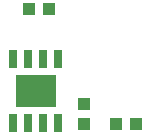
<source format=gbr>
G04*
G04 #@! TF.GenerationSoftware,Altium Limited,Altium Designer,22.11.1 (43)*
G04*
G04 Layer_Color=8421504*
%FSLAX25Y25*%
%MOIN*%
G70*
G04*
G04 #@! TF.SameCoordinates,CBAEC89D-BC59-4BCD-ABD7-6F5F8566886D*
G04*
G04*
G04 #@! TF.FilePolarity,Positive*
G04*
G01*
G75*
%ADD15R,0.04331X0.03937*%
G04:AMPARAMS|DCode=16|XSize=61.02mil|YSize=23.62mil|CornerRadius=0.59mil|HoleSize=0mil|Usage=FLASHONLY|Rotation=90.000|XOffset=0mil|YOffset=0mil|HoleType=Round|Shape=RoundedRectangle|*
%AMROUNDEDRECTD16*
21,1,0.06102,0.02244,0,0,90.0*
21,1,0.05984,0.02362,0,0,90.0*
1,1,0.00118,0.01122,0.02992*
1,1,0.00118,0.01122,-0.02992*
1,1,0.00118,-0.01122,-0.02992*
1,1,0.00118,-0.01122,0.02992*
%
%ADD16ROUNDEDRECTD16*%
%ADD17R,0.03937X0.04331*%
G36*
X317193Y315835D02*
Y305165D01*
X303807D01*
Y315835D01*
X317193D01*
D02*
G37*
D15*
X314846Y338000D02*
D03*
X308154D02*
D03*
X337154Y299500D02*
D03*
X343847D02*
D03*
D16*
X303000Y299870D02*
D03*
X308000D02*
D03*
X313000D02*
D03*
X318000D02*
D03*
Y321130D02*
D03*
X313000D02*
D03*
X308000D02*
D03*
X303000D02*
D03*
D17*
X326500Y306347D02*
D03*
Y299654D02*
D03*
M02*

</source>
